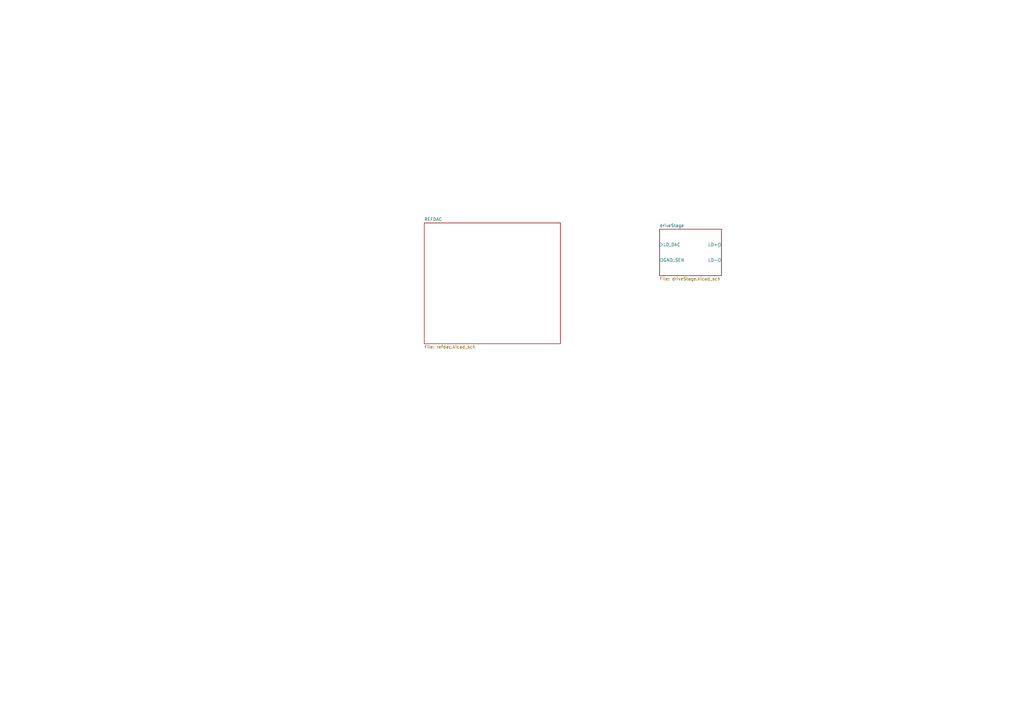
<source format=kicad_sch>
(kicad_sch (version 20211123) (generator eeschema)
  (paper "A3")
  (lib_symbols)
  (sheet (at 173.99 91.44) (size 55.88 49.53) (stroke (width 0.1524))
    (property "Sheet name" "REFDAC" (at 173.99 90.7284 0) (effects (justify left bottom)))
    (property "Sheet file" "refdac.kicad_sch" (at 173.99 141.5546 0) (effects (justify left top)))
  )
  (sheet (at 270.51 93.98) (size 25.4 19.05) (stroke (width 0.1524))
    (property "Sheet name" "driveStage" (at 270.51 93.2684 0) (effects (justify left bottom)))
    (property "Sheet file" "driveStage.kicad_sch" (at 270.51 113.6146 0) (effects (justify left top)))
    (pin "GND_SEN" output (at 270.51 106.68 180))
    (pin "LD-" output (at 295.91 106.68 0))
    (pin "LD+" output (at 295.91 100.33 0))
    (pin "LD_DAC" input (at 270.51 100.33 180))
  )
)
</source>
